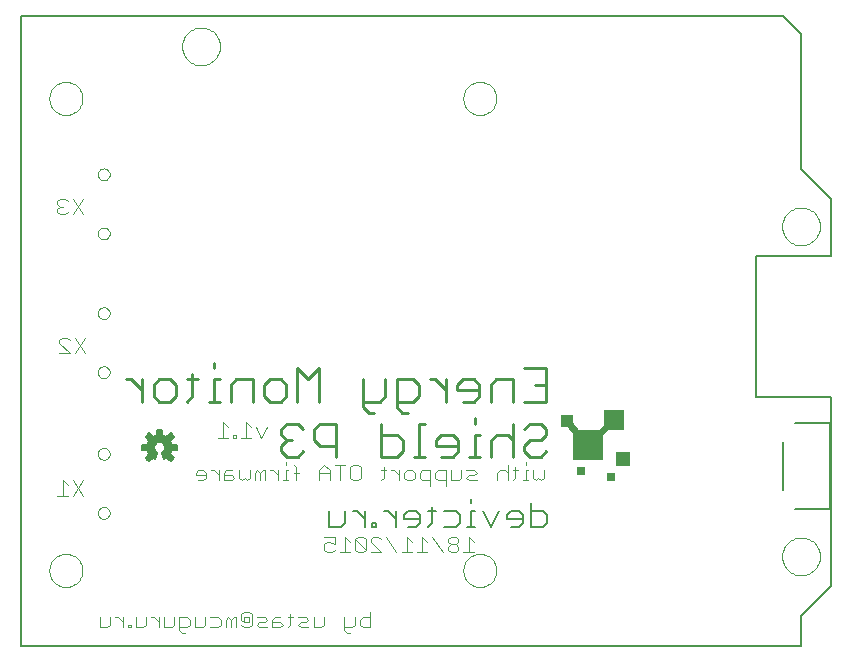
<source format=gbo>
G75*
G70*
%OFA0B0*%
%FSLAX24Y24*%
%IPPOS*%
%LPD*%
%AMOC8*
5,1,8,0,0,1.08239X$1,22.5*
%
%ADD10C,0.0000*%
%ADD11C,0.0050*%
%ADD12C,0.0070*%
%ADD13C,0.0100*%
%ADD14C,0.0040*%
%ADD15R,0.0500X0.0500*%
%ADD16R,0.0300X0.0300*%
%ADD17R,0.1000X0.1000*%
%ADD18C,0.0240*%
%ADD19R,0.0400X0.0400*%
%ADD20R,0.0700X0.0700*%
%ADD21C,0.0080*%
%ADD22C,0.0059*%
D10*
X004305Y003896D02*
X004307Y003943D01*
X004313Y003989D01*
X004323Y004035D01*
X004336Y004080D01*
X004354Y004123D01*
X004375Y004165D01*
X004399Y004205D01*
X004427Y004242D01*
X004458Y004277D01*
X004492Y004310D01*
X004528Y004339D01*
X004567Y004365D01*
X004608Y004388D01*
X004651Y004407D01*
X004695Y004423D01*
X004740Y004435D01*
X004786Y004443D01*
X004833Y004447D01*
X004879Y004447D01*
X004926Y004443D01*
X004972Y004435D01*
X005017Y004423D01*
X005061Y004407D01*
X005104Y004388D01*
X005145Y004365D01*
X005184Y004339D01*
X005220Y004310D01*
X005254Y004277D01*
X005285Y004242D01*
X005313Y004205D01*
X005337Y004165D01*
X005358Y004123D01*
X005376Y004080D01*
X005389Y004035D01*
X005399Y003989D01*
X005405Y003943D01*
X005407Y003896D01*
X005405Y003849D01*
X005399Y003803D01*
X005389Y003757D01*
X005376Y003712D01*
X005358Y003669D01*
X005337Y003627D01*
X005313Y003587D01*
X005285Y003550D01*
X005254Y003515D01*
X005220Y003482D01*
X005184Y003453D01*
X005145Y003427D01*
X005104Y003404D01*
X005061Y003385D01*
X005017Y003369D01*
X004972Y003357D01*
X004926Y003349D01*
X004879Y003345D01*
X004833Y003345D01*
X004786Y003349D01*
X004740Y003357D01*
X004695Y003369D01*
X004651Y003385D01*
X004608Y003404D01*
X004567Y003427D01*
X004528Y003453D01*
X004492Y003482D01*
X004458Y003515D01*
X004427Y003550D01*
X004399Y003587D01*
X004375Y003627D01*
X004354Y003669D01*
X004336Y003712D01*
X004323Y003757D01*
X004313Y003803D01*
X004307Y003849D01*
X004305Y003896D01*
X005919Y005811D02*
X005921Y005838D01*
X005927Y005865D01*
X005936Y005891D01*
X005949Y005915D01*
X005965Y005938D01*
X005984Y005957D01*
X006006Y005974D01*
X006030Y005988D01*
X006055Y005998D01*
X006082Y006005D01*
X006109Y006008D01*
X006137Y006007D01*
X006164Y006002D01*
X006190Y005994D01*
X006214Y005982D01*
X006237Y005966D01*
X006258Y005948D01*
X006275Y005927D01*
X006290Y005903D01*
X006301Y005878D01*
X006309Y005852D01*
X006313Y005825D01*
X006313Y005797D01*
X006309Y005770D01*
X006301Y005744D01*
X006290Y005719D01*
X006275Y005695D01*
X006258Y005674D01*
X006237Y005656D01*
X006215Y005640D01*
X006190Y005628D01*
X006164Y005620D01*
X006137Y005615D01*
X006109Y005614D01*
X006082Y005617D01*
X006055Y005624D01*
X006030Y005634D01*
X006006Y005648D01*
X005984Y005665D01*
X005965Y005684D01*
X005949Y005707D01*
X005936Y005731D01*
X005927Y005757D01*
X005921Y005784D01*
X005919Y005811D01*
X005919Y007780D02*
X005921Y007807D01*
X005927Y007834D01*
X005936Y007860D01*
X005949Y007884D01*
X005965Y007907D01*
X005984Y007926D01*
X006006Y007943D01*
X006030Y007957D01*
X006055Y007967D01*
X006082Y007974D01*
X006109Y007977D01*
X006137Y007976D01*
X006164Y007971D01*
X006190Y007963D01*
X006214Y007951D01*
X006237Y007935D01*
X006258Y007917D01*
X006275Y007896D01*
X006290Y007872D01*
X006301Y007847D01*
X006309Y007821D01*
X006313Y007794D01*
X006313Y007766D01*
X006309Y007739D01*
X006301Y007713D01*
X006290Y007688D01*
X006275Y007664D01*
X006258Y007643D01*
X006237Y007625D01*
X006215Y007609D01*
X006190Y007597D01*
X006164Y007589D01*
X006137Y007584D01*
X006109Y007583D01*
X006082Y007586D01*
X006055Y007593D01*
X006030Y007603D01*
X006006Y007617D01*
X005984Y007634D01*
X005965Y007653D01*
X005949Y007676D01*
X005936Y007700D01*
X005927Y007726D01*
X005921Y007753D01*
X005919Y007780D01*
X005919Y010501D02*
X005921Y010528D01*
X005927Y010555D01*
X005936Y010581D01*
X005949Y010605D01*
X005965Y010628D01*
X005984Y010647D01*
X006006Y010664D01*
X006030Y010678D01*
X006055Y010688D01*
X006082Y010695D01*
X006109Y010698D01*
X006137Y010697D01*
X006164Y010692D01*
X006190Y010684D01*
X006214Y010672D01*
X006237Y010656D01*
X006258Y010638D01*
X006275Y010617D01*
X006290Y010593D01*
X006301Y010568D01*
X006309Y010542D01*
X006313Y010515D01*
X006313Y010487D01*
X006309Y010460D01*
X006301Y010434D01*
X006290Y010409D01*
X006275Y010385D01*
X006258Y010364D01*
X006237Y010346D01*
X006215Y010330D01*
X006190Y010318D01*
X006164Y010310D01*
X006137Y010305D01*
X006109Y010304D01*
X006082Y010307D01*
X006055Y010314D01*
X006030Y010324D01*
X006006Y010338D01*
X005984Y010355D01*
X005965Y010374D01*
X005949Y010397D01*
X005936Y010421D01*
X005927Y010447D01*
X005921Y010474D01*
X005919Y010501D01*
X005919Y012469D02*
X005921Y012496D01*
X005927Y012523D01*
X005936Y012549D01*
X005949Y012573D01*
X005965Y012596D01*
X005984Y012615D01*
X006006Y012632D01*
X006030Y012646D01*
X006055Y012656D01*
X006082Y012663D01*
X006109Y012666D01*
X006137Y012665D01*
X006164Y012660D01*
X006190Y012652D01*
X006214Y012640D01*
X006237Y012624D01*
X006258Y012606D01*
X006275Y012585D01*
X006290Y012561D01*
X006301Y012536D01*
X006309Y012510D01*
X006313Y012483D01*
X006313Y012455D01*
X006309Y012428D01*
X006301Y012402D01*
X006290Y012377D01*
X006275Y012353D01*
X006258Y012332D01*
X006237Y012314D01*
X006215Y012298D01*
X006190Y012286D01*
X006164Y012278D01*
X006137Y012273D01*
X006109Y012272D01*
X006082Y012275D01*
X006055Y012282D01*
X006030Y012292D01*
X006006Y012306D01*
X005984Y012323D01*
X005965Y012342D01*
X005949Y012365D01*
X005936Y012389D01*
X005927Y012415D01*
X005921Y012442D01*
X005919Y012469D01*
X005919Y015128D02*
X005921Y015155D01*
X005927Y015182D01*
X005936Y015208D01*
X005949Y015232D01*
X005965Y015255D01*
X005984Y015274D01*
X006006Y015291D01*
X006030Y015305D01*
X006055Y015315D01*
X006082Y015322D01*
X006109Y015325D01*
X006137Y015324D01*
X006164Y015319D01*
X006190Y015311D01*
X006214Y015299D01*
X006237Y015283D01*
X006258Y015265D01*
X006275Y015244D01*
X006290Y015220D01*
X006301Y015195D01*
X006309Y015169D01*
X006313Y015142D01*
X006313Y015114D01*
X006309Y015087D01*
X006301Y015061D01*
X006290Y015036D01*
X006275Y015012D01*
X006258Y014991D01*
X006237Y014973D01*
X006215Y014957D01*
X006190Y014945D01*
X006164Y014937D01*
X006137Y014932D01*
X006109Y014931D01*
X006082Y014934D01*
X006055Y014941D01*
X006030Y014951D01*
X006006Y014965D01*
X005984Y014982D01*
X005965Y015001D01*
X005949Y015024D01*
X005936Y015048D01*
X005927Y015074D01*
X005921Y015101D01*
X005919Y015128D01*
X005919Y017096D02*
X005921Y017123D01*
X005927Y017150D01*
X005936Y017176D01*
X005949Y017200D01*
X005965Y017223D01*
X005984Y017242D01*
X006006Y017259D01*
X006030Y017273D01*
X006055Y017283D01*
X006082Y017290D01*
X006109Y017293D01*
X006137Y017292D01*
X006164Y017287D01*
X006190Y017279D01*
X006214Y017267D01*
X006237Y017251D01*
X006258Y017233D01*
X006275Y017212D01*
X006290Y017188D01*
X006301Y017163D01*
X006309Y017137D01*
X006313Y017110D01*
X006313Y017082D01*
X006309Y017055D01*
X006301Y017029D01*
X006290Y017004D01*
X006275Y016980D01*
X006258Y016959D01*
X006237Y016941D01*
X006215Y016925D01*
X006190Y016913D01*
X006164Y016905D01*
X006137Y016900D01*
X006109Y016899D01*
X006082Y016902D01*
X006055Y016909D01*
X006030Y016919D01*
X006006Y016933D01*
X005984Y016950D01*
X005965Y016969D01*
X005949Y016992D01*
X005936Y017016D01*
X005927Y017042D01*
X005921Y017069D01*
X005919Y017096D01*
X004305Y019629D02*
X004307Y019676D01*
X004313Y019722D01*
X004323Y019768D01*
X004336Y019813D01*
X004354Y019856D01*
X004375Y019898D01*
X004399Y019938D01*
X004427Y019975D01*
X004458Y020010D01*
X004492Y020043D01*
X004528Y020072D01*
X004567Y020098D01*
X004608Y020121D01*
X004651Y020140D01*
X004695Y020156D01*
X004740Y020168D01*
X004786Y020176D01*
X004833Y020180D01*
X004879Y020180D01*
X004926Y020176D01*
X004972Y020168D01*
X005017Y020156D01*
X005061Y020140D01*
X005104Y020121D01*
X005145Y020098D01*
X005184Y020072D01*
X005220Y020043D01*
X005254Y020010D01*
X005285Y019975D01*
X005313Y019938D01*
X005337Y019898D01*
X005358Y019856D01*
X005376Y019813D01*
X005389Y019768D01*
X005399Y019722D01*
X005405Y019676D01*
X005407Y019629D01*
X005405Y019582D01*
X005399Y019536D01*
X005389Y019490D01*
X005376Y019445D01*
X005358Y019402D01*
X005337Y019360D01*
X005313Y019320D01*
X005285Y019283D01*
X005254Y019248D01*
X005220Y019215D01*
X005184Y019186D01*
X005145Y019160D01*
X005104Y019137D01*
X005061Y019118D01*
X005017Y019102D01*
X004972Y019090D01*
X004926Y019082D01*
X004879Y019078D01*
X004833Y019078D01*
X004786Y019082D01*
X004740Y019090D01*
X004695Y019102D01*
X004651Y019118D01*
X004608Y019137D01*
X004567Y019160D01*
X004528Y019186D01*
X004492Y019215D01*
X004458Y019248D01*
X004427Y019283D01*
X004399Y019320D01*
X004375Y019360D01*
X004354Y019402D01*
X004336Y019445D01*
X004323Y019490D01*
X004313Y019536D01*
X004307Y019582D01*
X004305Y019629D01*
X008730Y021360D02*
X008732Y021410D01*
X008738Y021460D01*
X008748Y021509D01*
X008762Y021557D01*
X008779Y021604D01*
X008800Y021649D01*
X008825Y021693D01*
X008853Y021734D01*
X008885Y021773D01*
X008919Y021810D01*
X008956Y021844D01*
X008996Y021874D01*
X009038Y021901D01*
X009082Y021925D01*
X009128Y021946D01*
X009175Y021962D01*
X009223Y021975D01*
X009273Y021984D01*
X009322Y021989D01*
X009373Y021990D01*
X009423Y021987D01*
X009472Y021980D01*
X009521Y021969D01*
X009569Y021954D01*
X009615Y021936D01*
X009660Y021914D01*
X009703Y021888D01*
X009744Y021859D01*
X009783Y021827D01*
X009819Y021792D01*
X009851Y021754D01*
X009881Y021714D01*
X009908Y021671D01*
X009931Y021627D01*
X009950Y021581D01*
X009966Y021533D01*
X009978Y021484D01*
X009986Y021435D01*
X009990Y021385D01*
X009990Y021335D01*
X009986Y021285D01*
X009978Y021236D01*
X009966Y021187D01*
X009950Y021139D01*
X009931Y021093D01*
X009908Y021049D01*
X009881Y021006D01*
X009851Y020966D01*
X009819Y020928D01*
X009783Y020893D01*
X009744Y020861D01*
X009703Y020832D01*
X009660Y020806D01*
X009615Y020784D01*
X009569Y020766D01*
X009521Y020751D01*
X009472Y020740D01*
X009423Y020733D01*
X009373Y020730D01*
X009322Y020731D01*
X009273Y020736D01*
X009223Y020745D01*
X009175Y020758D01*
X009128Y020774D01*
X009082Y020795D01*
X009038Y020819D01*
X008996Y020846D01*
X008956Y020876D01*
X008919Y020910D01*
X008885Y020947D01*
X008853Y020986D01*
X008825Y021027D01*
X008800Y021071D01*
X008779Y021116D01*
X008762Y021163D01*
X008748Y021211D01*
X008738Y021260D01*
X008732Y021310D01*
X008730Y021360D01*
X018104Y019629D02*
X018106Y019676D01*
X018112Y019722D01*
X018122Y019768D01*
X018135Y019813D01*
X018153Y019856D01*
X018174Y019898D01*
X018198Y019938D01*
X018226Y019975D01*
X018257Y020010D01*
X018291Y020043D01*
X018327Y020072D01*
X018366Y020098D01*
X018407Y020121D01*
X018450Y020140D01*
X018494Y020156D01*
X018539Y020168D01*
X018585Y020176D01*
X018632Y020180D01*
X018678Y020180D01*
X018725Y020176D01*
X018771Y020168D01*
X018816Y020156D01*
X018860Y020140D01*
X018903Y020121D01*
X018944Y020098D01*
X018983Y020072D01*
X019019Y020043D01*
X019053Y020010D01*
X019084Y019975D01*
X019112Y019938D01*
X019136Y019898D01*
X019157Y019856D01*
X019175Y019813D01*
X019188Y019768D01*
X019198Y019722D01*
X019204Y019676D01*
X019206Y019629D01*
X019204Y019582D01*
X019198Y019536D01*
X019188Y019490D01*
X019175Y019445D01*
X019157Y019402D01*
X019136Y019360D01*
X019112Y019320D01*
X019084Y019283D01*
X019053Y019248D01*
X019019Y019215D01*
X018983Y019186D01*
X018944Y019160D01*
X018903Y019137D01*
X018860Y019118D01*
X018816Y019102D01*
X018771Y019090D01*
X018725Y019082D01*
X018678Y019078D01*
X018632Y019078D01*
X018585Y019082D01*
X018539Y019090D01*
X018494Y019102D01*
X018450Y019118D01*
X018407Y019137D01*
X018366Y019160D01*
X018327Y019186D01*
X018291Y019215D01*
X018257Y019248D01*
X018226Y019283D01*
X018198Y019320D01*
X018174Y019360D01*
X018153Y019402D01*
X018135Y019445D01*
X018122Y019490D01*
X018112Y019536D01*
X018106Y019582D01*
X018104Y019629D01*
X028730Y015360D02*
X028732Y015410D01*
X028738Y015460D01*
X028748Y015509D01*
X028762Y015557D01*
X028779Y015604D01*
X028800Y015649D01*
X028825Y015693D01*
X028853Y015734D01*
X028885Y015773D01*
X028919Y015810D01*
X028956Y015844D01*
X028996Y015874D01*
X029038Y015901D01*
X029082Y015925D01*
X029128Y015946D01*
X029175Y015962D01*
X029223Y015975D01*
X029273Y015984D01*
X029322Y015989D01*
X029373Y015990D01*
X029423Y015987D01*
X029472Y015980D01*
X029521Y015969D01*
X029569Y015954D01*
X029615Y015936D01*
X029660Y015914D01*
X029703Y015888D01*
X029744Y015859D01*
X029783Y015827D01*
X029819Y015792D01*
X029851Y015754D01*
X029881Y015714D01*
X029908Y015671D01*
X029931Y015627D01*
X029950Y015581D01*
X029966Y015533D01*
X029978Y015484D01*
X029986Y015435D01*
X029990Y015385D01*
X029990Y015335D01*
X029986Y015285D01*
X029978Y015236D01*
X029966Y015187D01*
X029950Y015139D01*
X029931Y015093D01*
X029908Y015049D01*
X029881Y015006D01*
X029851Y014966D01*
X029819Y014928D01*
X029783Y014893D01*
X029744Y014861D01*
X029703Y014832D01*
X029660Y014806D01*
X029615Y014784D01*
X029569Y014766D01*
X029521Y014751D01*
X029472Y014740D01*
X029423Y014733D01*
X029373Y014730D01*
X029322Y014731D01*
X029273Y014736D01*
X029223Y014745D01*
X029175Y014758D01*
X029128Y014774D01*
X029082Y014795D01*
X029038Y014819D01*
X028996Y014846D01*
X028956Y014876D01*
X028919Y014910D01*
X028885Y014947D01*
X028853Y014986D01*
X028825Y015027D01*
X028800Y015071D01*
X028779Y015116D01*
X028762Y015163D01*
X028748Y015211D01*
X028738Y015260D01*
X028732Y015310D01*
X028730Y015360D01*
X028730Y004360D02*
X028732Y004410D01*
X028738Y004460D01*
X028748Y004509D01*
X028762Y004557D01*
X028779Y004604D01*
X028800Y004649D01*
X028825Y004693D01*
X028853Y004734D01*
X028885Y004773D01*
X028919Y004810D01*
X028956Y004844D01*
X028996Y004874D01*
X029038Y004901D01*
X029082Y004925D01*
X029128Y004946D01*
X029175Y004962D01*
X029223Y004975D01*
X029273Y004984D01*
X029322Y004989D01*
X029373Y004990D01*
X029423Y004987D01*
X029472Y004980D01*
X029521Y004969D01*
X029569Y004954D01*
X029615Y004936D01*
X029660Y004914D01*
X029703Y004888D01*
X029744Y004859D01*
X029783Y004827D01*
X029819Y004792D01*
X029851Y004754D01*
X029881Y004714D01*
X029908Y004671D01*
X029931Y004627D01*
X029950Y004581D01*
X029966Y004533D01*
X029978Y004484D01*
X029986Y004435D01*
X029990Y004385D01*
X029990Y004335D01*
X029986Y004285D01*
X029978Y004236D01*
X029966Y004187D01*
X029950Y004139D01*
X029931Y004093D01*
X029908Y004049D01*
X029881Y004006D01*
X029851Y003966D01*
X029819Y003928D01*
X029783Y003893D01*
X029744Y003861D01*
X029703Y003832D01*
X029660Y003806D01*
X029615Y003784D01*
X029569Y003766D01*
X029521Y003751D01*
X029472Y003740D01*
X029423Y003733D01*
X029373Y003730D01*
X029322Y003731D01*
X029273Y003736D01*
X029223Y003745D01*
X029175Y003758D01*
X029128Y003774D01*
X029082Y003795D01*
X029038Y003819D01*
X028996Y003846D01*
X028956Y003876D01*
X028919Y003910D01*
X028885Y003947D01*
X028853Y003986D01*
X028825Y004027D01*
X028800Y004071D01*
X028779Y004116D01*
X028762Y004163D01*
X028748Y004211D01*
X028738Y004260D01*
X028732Y004310D01*
X028730Y004360D01*
X018104Y003896D02*
X018106Y003943D01*
X018112Y003989D01*
X018122Y004035D01*
X018135Y004080D01*
X018153Y004123D01*
X018174Y004165D01*
X018198Y004205D01*
X018226Y004242D01*
X018257Y004277D01*
X018291Y004310D01*
X018327Y004339D01*
X018366Y004365D01*
X018407Y004388D01*
X018450Y004407D01*
X018494Y004423D01*
X018539Y004435D01*
X018585Y004443D01*
X018632Y004447D01*
X018678Y004447D01*
X018725Y004443D01*
X018771Y004435D01*
X018816Y004423D01*
X018860Y004407D01*
X018903Y004388D01*
X018944Y004365D01*
X018983Y004339D01*
X019019Y004310D01*
X019053Y004277D01*
X019084Y004242D01*
X019112Y004205D01*
X019136Y004165D01*
X019157Y004123D01*
X019175Y004080D01*
X019188Y004035D01*
X019198Y003989D01*
X019204Y003943D01*
X019206Y003896D01*
X019204Y003849D01*
X019198Y003803D01*
X019188Y003757D01*
X019175Y003712D01*
X019157Y003669D01*
X019136Y003627D01*
X019112Y003587D01*
X019084Y003550D01*
X019053Y003515D01*
X019019Y003482D01*
X018983Y003453D01*
X018944Y003427D01*
X018903Y003404D01*
X018860Y003385D01*
X018816Y003369D01*
X018771Y003357D01*
X018725Y003349D01*
X018678Y003345D01*
X018632Y003345D01*
X018585Y003349D01*
X018539Y003357D01*
X018494Y003369D01*
X018450Y003385D01*
X018407Y003404D01*
X018366Y003427D01*
X018327Y003453D01*
X018291Y003482D01*
X018257Y003515D01*
X018226Y003550D01*
X018198Y003587D01*
X018174Y003627D01*
X018153Y003669D01*
X018135Y003712D01*
X018122Y003757D01*
X018112Y003803D01*
X018106Y003849D01*
X018104Y003896D01*
D11*
X029360Y001360D02*
X003360Y001360D01*
X003360Y022360D01*
X028760Y022360D01*
X029360Y021760D01*
X029360Y017260D01*
X030360Y016260D01*
X030360Y014360D01*
X027860Y014360D01*
X027860Y009660D01*
X030360Y009660D01*
X030360Y003360D01*
X029360Y002360D01*
X029360Y001360D01*
D12*
X020880Y005473D02*
X020749Y005341D01*
X020353Y005341D01*
X020353Y006132D01*
X020353Y005869D02*
X020749Y005869D01*
X020880Y005737D01*
X020880Y005473D01*
X020089Y005473D02*
X020089Y005737D01*
X019957Y005869D01*
X019693Y005869D01*
X019561Y005737D01*
X019561Y005605D01*
X020089Y005605D01*
X020089Y005473D02*
X019957Y005341D01*
X019693Y005341D01*
X019297Y005869D02*
X019033Y005341D01*
X018770Y005869D01*
X018505Y005869D02*
X018373Y005869D01*
X018373Y005341D01*
X018505Y005341D02*
X018241Y005341D01*
X017977Y005473D02*
X017845Y005341D01*
X017450Y005341D01*
X017977Y005473D02*
X017977Y005737D01*
X017845Y005869D01*
X017450Y005869D01*
X017185Y005869D02*
X016921Y005869D01*
X017053Y006000D02*
X017053Y005473D01*
X016921Y005341D01*
X016657Y005473D02*
X016657Y005737D01*
X016525Y005869D01*
X016262Y005869D01*
X016130Y005737D01*
X016130Y005605D01*
X016657Y005605D01*
X016657Y005473D02*
X016525Y005341D01*
X016262Y005341D01*
X015865Y005341D02*
X015865Y005869D01*
X015602Y005869D02*
X015865Y005605D01*
X015602Y005869D02*
X015470Y005869D01*
X015205Y005473D02*
X015074Y005473D01*
X015074Y005341D01*
X015205Y005341D01*
X015205Y005473D01*
X014809Y005341D02*
X014809Y005869D01*
X014546Y005869D02*
X014414Y005869D01*
X014546Y005869D02*
X014809Y005605D01*
X014150Y005473D02*
X014018Y005341D01*
X013622Y005341D01*
X013622Y005869D01*
X014150Y005869D02*
X014150Y005473D01*
X018373Y006132D02*
X018373Y006264D01*
D13*
X018295Y007685D02*
X018662Y007685D01*
X018478Y007685D02*
X018478Y008419D01*
X018662Y008419D01*
X019033Y008235D02*
X019033Y007685D01*
X019033Y008235D02*
X019216Y008419D01*
X019583Y008419D01*
X019767Y008235D01*
X020138Y008052D02*
X020138Y007868D01*
X020321Y007685D01*
X020688Y007685D01*
X020872Y007868D01*
X020688Y008235D02*
X020321Y008235D01*
X020138Y008052D01*
X020688Y008235D02*
X020872Y008419D01*
X020872Y008602D01*
X020688Y008786D01*
X020321Y008786D01*
X020138Y008602D01*
X019767Y008786D02*
X019767Y007685D01*
X018478Y008786D02*
X018478Y008969D01*
X018455Y009525D02*
X018088Y009525D01*
X017904Y009892D02*
X018638Y009892D01*
X018638Y010075D02*
X018638Y009708D01*
X018455Y009525D01*
X019009Y009525D02*
X019009Y010075D01*
X019193Y010259D01*
X019743Y010259D01*
X019743Y009525D01*
X020114Y009525D02*
X020848Y009525D01*
X020848Y010626D01*
X020114Y010626D01*
X020481Y010075D02*
X020848Y010075D01*
X018638Y010075D02*
X018455Y010259D01*
X018088Y010259D01*
X017904Y010075D01*
X017904Y009892D01*
X017533Y009892D02*
X017166Y010259D01*
X016983Y010259D01*
X016613Y010075D02*
X016613Y009708D01*
X016429Y009525D01*
X015879Y009525D01*
X015879Y009341D02*
X015879Y010259D01*
X016429Y010259D01*
X016613Y010075D01*
X017533Y010259D02*
X017533Y009525D01*
X016820Y008786D02*
X016637Y008786D01*
X016637Y007685D01*
X016820Y007685D02*
X016453Y007685D01*
X016084Y007868D02*
X016084Y008235D01*
X015900Y008419D01*
X015350Y008419D01*
X015350Y008786D02*
X015350Y007685D01*
X015900Y007685D01*
X016084Y007868D01*
X017191Y008052D02*
X017925Y008052D01*
X017925Y008235D02*
X017742Y008419D01*
X017375Y008419D01*
X017191Y008235D01*
X017191Y008052D01*
X017375Y007685D02*
X017742Y007685D01*
X017925Y007868D01*
X017925Y008235D01*
X016246Y009158D02*
X016062Y009158D01*
X015879Y009341D01*
X015508Y009708D02*
X015324Y009525D01*
X014774Y009525D01*
X014774Y009341D02*
X014957Y009158D01*
X015141Y009158D01*
X014774Y009341D02*
X014774Y010259D01*
X015508Y010259D02*
X015508Y009708D01*
X013874Y008786D02*
X013323Y008786D01*
X013140Y008602D01*
X013140Y008235D01*
X013323Y008052D01*
X013874Y008052D01*
X013874Y007685D02*
X013874Y008786D01*
X013298Y009525D02*
X013298Y010626D01*
X012931Y010259D01*
X012564Y010626D01*
X012564Y009525D01*
X012193Y009708D02*
X012009Y009525D01*
X011642Y009525D01*
X011459Y009708D01*
X011459Y010075D01*
X011642Y010259D01*
X012009Y010259D01*
X012193Y010075D01*
X012193Y009708D01*
X012218Y008786D02*
X012035Y008602D01*
X012035Y008419D01*
X012218Y008235D01*
X012035Y008052D01*
X012035Y007868D01*
X012218Y007685D01*
X012585Y007685D01*
X012769Y007868D01*
X012402Y008235D02*
X012218Y008235D01*
X012769Y008602D02*
X012585Y008786D01*
X012218Y008786D01*
X011088Y009525D02*
X011088Y010259D01*
X010537Y010259D01*
X010354Y010075D01*
X010354Y009525D01*
X009983Y009525D02*
X009616Y009525D01*
X009799Y009525D02*
X009799Y010259D01*
X009983Y010259D01*
X009799Y010626D02*
X009799Y010809D01*
X009246Y010259D02*
X008879Y010259D01*
X009063Y010442D02*
X009063Y009708D01*
X008879Y009525D01*
X008510Y009708D02*
X008326Y009525D01*
X007959Y009525D01*
X007776Y009708D01*
X007776Y010075D01*
X007959Y010259D01*
X008326Y010259D01*
X008510Y010075D01*
X008510Y009708D01*
X007405Y009525D02*
X007405Y010259D01*
X007405Y009892D02*
X007038Y010259D01*
X006854Y010259D01*
D14*
X005496Y011133D02*
X005149Y011653D01*
X004981Y011566D02*
X004894Y011653D01*
X004720Y011653D01*
X004634Y011566D01*
X004634Y011479D01*
X004981Y011133D01*
X004634Y011133D01*
X005149Y011133D02*
X005496Y011653D01*
X010083Y008833D02*
X010083Y008313D01*
X009910Y008313D02*
X010257Y008313D01*
X010428Y008313D02*
X010515Y008313D01*
X010515Y008400D01*
X010428Y008400D01*
X010428Y008313D01*
X010683Y008313D02*
X011030Y008313D01*
X010857Y008313D02*
X010857Y008833D01*
X011030Y008660D01*
X011199Y008660D02*
X011372Y008313D01*
X011546Y008660D01*
X010257Y008660D02*
X010083Y008833D01*
X010208Y007241D02*
X010121Y007154D01*
X010121Y006894D01*
X010381Y006894D01*
X010468Y006981D01*
X010381Y007068D01*
X010121Y007068D01*
X009952Y007068D02*
X009779Y007241D01*
X009692Y007241D01*
X009523Y007154D02*
X009436Y007241D01*
X009262Y007241D01*
X009176Y007154D01*
X009176Y007068D01*
X009523Y007068D01*
X009523Y007154D02*
X009523Y006981D01*
X009436Y006894D01*
X009262Y006894D01*
X009952Y006894D02*
X009952Y007241D01*
X010208Y007241D02*
X010381Y007241D01*
X010637Y007241D02*
X010637Y006981D01*
X010723Y006894D01*
X010810Y006981D01*
X010897Y006894D01*
X010984Y006981D01*
X010984Y007241D01*
X011152Y007154D02*
X011152Y006894D01*
X011326Y006894D02*
X011326Y007154D01*
X011239Y007241D01*
X011152Y007154D01*
X011326Y007154D02*
X011412Y007241D01*
X011499Y007241D01*
X011499Y006894D01*
X011669Y007241D02*
X011755Y007241D01*
X011929Y007068D01*
X011929Y007241D02*
X011929Y006894D01*
X012099Y006894D02*
X012273Y006894D01*
X012186Y006894D02*
X012186Y007241D01*
X012273Y007241D01*
X012443Y007154D02*
X012616Y007154D01*
X012530Y007328D02*
X012443Y007415D01*
X012530Y007328D02*
X012530Y006894D01*
X012186Y007415D02*
X012186Y007501D01*
X013301Y007241D02*
X013301Y006894D01*
X013301Y007154D02*
X013648Y007154D01*
X013648Y007241D02*
X013474Y007415D01*
X013301Y007241D01*
X013648Y007241D02*
X013648Y006894D01*
X013990Y006894D02*
X013990Y007415D01*
X014163Y007415D02*
X013816Y007415D01*
X014332Y007328D02*
X014332Y006981D01*
X014419Y006894D01*
X014592Y006894D01*
X014679Y006981D01*
X014679Y007328D01*
X014592Y007415D01*
X014419Y007415D01*
X014332Y007328D01*
X015365Y007241D02*
X015538Y007241D01*
X015452Y007328D02*
X015452Y006981D01*
X015365Y006894D01*
X015708Y007241D02*
X015795Y007241D01*
X015968Y007068D01*
X015968Y007241D02*
X015968Y006894D01*
X016137Y006981D02*
X016137Y007154D01*
X016223Y007241D01*
X016397Y007241D01*
X016484Y007154D01*
X016484Y006981D01*
X016397Y006894D01*
X016223Y006894D01*
X016137Y006981D01*
X016652Y006981D02*
X016739Y006894D01*
X016999Y006894D01*
X016999Y006721D02*
X016999Y007241D01*
X016739Y007241D01*
X016652Y007154D01*
X016652Y006981D01*
X017168Y006981D02*
X017255Y006894D01*
X017515Y006894D01*
X017684Y006894D02*
X017684Y007241D01*
X017515Y007241D02*
X017255Y007241D01*
X017168Y007154D01*
X017168Y006981D01*
X017515Y006721D02*
X017515Y007241D01*
X018031Y007241D02*
X018031Y006981D01*
X017944Y006894D01*
X017684Y006894D01*
X018199Y006981D02*
X018286Y006894D01*
X018546Y006894D01*
X018460Y007068D02*
X018286Y007068D01*
X018199Y006981D01*
X018199Y007241D02*
X018460Y007241D01*
X018546Y007154D01*
X018460Y007068D01*
X019231Y007154D02*
X019231Y006894D01*
X019231Y007154D02*
X019317Y007241D01*
X019491Y007241D01*
X019578Y007154D01*
X019748Y007241D02*
X019921Y007241D01*
X019835Y007328D02*
X019835Y006981D01*
X019748Y006894D01*
X019578Y006894D02*
X019578Y007415D01*
X020178Y007415D02*
X020178Y007501D01*
X020178Y007241D02*
X020178Y006894D01*
X020092Y006894D02*
X020265Y006894D01*
X020434Y006981D02*
X020434Y007241D01*
X020265Y007241D02*
X020178Y007241D01*
X020434Y006981D02*
X020520Y006894D01*
X020607Y006981D01*
X020694Y006894D01*
X020781Y006981D01*
X020781Y007241D01*
X018453Y004851D02*
X018280Y005025D01*
X018280Y004504D01*
X018453Y004504D02*
X018106Y004504D01*
X017938Y004591D02*
X017938Y004678D01*
X017851Y004764D01*
X017677Y004764D01*
X017591Y004678D01*
X017591Y004591D01*
X017677Y004504D01*
X017851Y004504D01*
X017938Y004591D01*
X017851Y004764D02*
X017938Y004851D01*
X017938Y004938D01*
X017851Y005025D01*
X017677Y005025D01*
X017591Y004938D01*
X017591Y004851D01*
X017677Y004764D01*
X017422Y004504D02*
X017075Y005025D01*
X016906Y004851D02*
X016733Y005025D01*
X016733Y004504D01*
X016906Y004504D02*
X016559Y004504D01*
X016391Y004504D02*
X016044Y004504D01*
X015875Y004504D02*
X015528Y005025D01*
X015359Y004938D02*
X015273Y005025D01*
X015099Y005025D01*
X015012Y004938D01*
X015012Y004851D01*
X015359Y004504D01*
X015012Y004504D01*
X014844Y004591D02*
X014497Y004938D01*
X014497Y004591D01*
X014584Y004504D01*
X014757Y004504D01*
X014844Y004591D01*
X014844Y004938D01*
X014757Y005025D01*
X014584Y005025D01*
X014497Y004938D01*
X014328Y004851D02*
X014155Y005025D01*
X014155Y004504D01*
X014328Y004504D02*
X013981Y004504D01*
X013813Y004591D02*
X013726Y004504D01*
X013552Y004504D01*
X013466Y004591D01*
X013466Y004764D01*
X013552Y004851D01*
X013639Y004851D01*
X013813Y004764D01*
X013813Y005025D01*
X013466Y005025D01*
X016217Y005025D02*
X016217Y004504D01*
X016391Y004851D02*
X016217Y005025D01*
X015002Y002515D02*
X015002Y001994D01*
X014742Y001994D01*
X014656Y002081D01*
X014656Y002254D01*
X014742Y002341D01*
X015002Y002341D01*
X014487Y002341D02*
X014487Y002081D01*
X014400Y001994D01*
X014140Y001994D01*
X014140Y001907D02*
X014227Y001821D01*
X014313Y001821D01*
X014140Y001907D02*
X014140Y002341D01*
X013456Y002341D02*
X013456Y002081D01*
X013369Y001994D01*
X013109Y001994D01*
X013109Y002341D01*
X012940Y002254D02*
X012853Y002341D01*
X012593Y002341D01*
X012424Y002341D02*
X012251Y002341D01*
X012338Y002428D02*
X012338Y002081D01*
X012251Y001994D01*
X012081Y002081D02*
X011994Y002168D01*
X011734Y002168D01*
X011734Y002254D02*
X011734Y001994D01*
X011994Y001994D01*
X012081Y002081D01*
X011994Y002341D02*
X011820Y002341D01*
X011734Y002254D01*
X011565Y002254D02*
X011478Y002341D01*
X011218Y002341D01*
X011049Y002428D02*
X011049Y002081D01*
X010963Y001994D01*
X010789Y001994D01*
X010702Y002081D01*
X010789Y002168D02*
X010789Y002341D01*
X010963Y002341D01*
X010963Y002168D01*
X010789Y002168D01*
X010702Y002254D01*
X010702Y002428D01*
X010789Y002515D01*
X010963Y002515D01*
X011049Y002428D01*
X011305Y002168D02*
X011478Y002168D01*
X011565Y002254D01*
X011565Y001994D02*
X011305Y001994D01*
X011218Y002081D01*
X011305Y002168D01*
X010534Y001994D02*
X010534Y002341D01*
X010447Y002341D01*
X010360Y002254D01*
X010273Y002341D01*
X010187Y002254D01*
X010187Y001994D01*
X010360Y001994D02*
X010360Y002254D01*
X010018Y002254D02*
X010018Y002081D01*
X009931Y001994D01*
X009671Y001994D01*
X009502Y002081D02*
X009502Y002341D01*
X009671Y002341D02*
X009931Y002341D01*
X010018Y002254D01*
X009502Y002081D02*
X009416Y001994D01*
X009155Y001994D01*
X009155Y002341D01*
X008987Y002254D02*
X008987Y002081D01*
X008900Y001994D01*
X008640Y001994D01*
X008640Y001907D02*
X008640Y002341D01*
X008900Y002341D01*
X008987Y002254D01*
X008813Y001821D02*
X008726Y001821D01*
X008640Y001907D01*
X008471Y002081D02*
X008384Y001994D01*
X008124Y001994D01*
X008124Y002341D01*
X007955Y002341D02*
X007955Y001994D01*
X007955Y002168D02*
X007782Y002341D01*
X007695Y002341D01*
X007526Y002341D02*
X007526Y002081D01*
X007439Y001994D01*
X007179Y001994D01*
X007179Y002341D01*
X007010Y002081D02*
X006923Y002081D01*
X006923Y001994D01*
X007010Y001994D01*
X007010Y002081D01*
X006752Y002168D02*
X006579Y002341D01*
X006492Y002341D01*
X006323Y002341D02*
X006323Y002081D01*
X006236Y001994D01*
X005976Y001994D01*
X005976Y002341D01*
X006752Y002341D02*
X006752Y001994D01*
X008471Y002081D02*
X008471Y002341D01*
X012593Y002081D02*
X012680Y002168D01*
X012853Y002168D01*
X012940Y002254D01*
X012940Y001994D02*
X012680Y001994D01*
X012593Y002081D01*
X005434Y006381D02*
X005087Y006901D01*
X004918Y006727D02*
X004745Y006901D01*
X004745Y006381D01*
X004918Y006381D02*
X004571Y006381D01*
X005087Y006381D02*
X005434Y006901D01*
X005434Y015759D02*
X005087Y016280D01*
X004918Y016193D02*
X004831Y016280D01*
X004658Y016280D01*
X004571Y016193D01*
X004571Y016106D01*
X004658Y016020D01*
X004571Y015933D01*
X004571Y015846D01*
X004658Y015759D01*
X004831Y015759D01*
X004918Y015846D01*
X005087Y015759D02*
X005434Y016280D01*
X004745Y016020D02*
X004658Y016020D01*
D15*
X023210Y009010D03*
X023410Y007610D03*
D16*
X023010Y007010D03*
X022010Y007210D03*
D17*
X022260Y008060D03*
D18*
X021960Y008360D02*
X021560Y008860D01*
X022660Y008460D02*
X023060Y008860D01*
D19*
X021560Y008860D03*
D20*
X023110Y008910D03*
D21*
X028760Y008160D02*
X028760Y006585D01*
X029154Y005935D02*
X030335Y005935D01*
X030335Y008810D01*
X029154Y008810D01*
D22*
X008564Y008065D02*
X008564Y007922D01*
X008374Y007902D01*
X008353Y007838D01*
X008322Y007778D01*
X008443Y007630D01*
X008342Y007528D01*
X008193Y007649D01*
X008133Y007618D01*
X008049Y007823D01*
X008086Y007844D01*
X008118Y007874D01*
X008142Y007910D01*
X008157Y007950D01*
X008163Y007994D01*
X008157Y008037D01*
X008142Y008079D01*
X008117Y008115D01*
X008084Y008145D01*
X008045Y008165D01*
X008002Y008176D01*
X007958Y008177D01*
X007915Y008167D01*
X007875Y008147D01*
X007842Y008118D01*
X007816Y008082D01*
X007800Y008041D01*
X007793Y007998D01*
X007798Y007954D01*
X007812Y007912D01*
X007837Y007875D01*
X007869Y007845D01*
X007907Y007823D01*
X007823Y007618D01*
X007763Y007649D01*
X007614Y007528D01*
X007513Y007630D01*
X007634Y007778D01*
X007603Y007838D01*
X007582Y007902D01*
X007392Y007922D01*
X007392Y008065D01*
X007582Y008085D01*
X007603Y008149D01*
X007634Y008209D01*
X007513Y008357D01*
X007614Y008459D01*
X007763Y008338D01*
X007823Y008369D01*
X007887Y008389D01*
X007906Y008580D01*
X008050Y008580D01*
X008069Y008389D01*
X008133Y008369D01*
X008193Y008338D01*
X008342Y008459D01*
X008443Y008357D01*
X008322Y008209D01*
X008353Y008149D01*
X008374Y008085D01*
X008564Y008065D01*
X008564Y008029D02*
X008158Y008029D01*
X008160Y007972D02*
X008564Y007972D01*
X008492Y007914D02*
X008144Y007914D01*
X008100Y007857D02*
X008359Y007857D01*
X008333Y007799D02*
X008058Y007799D01*
X008082Y007742D02*
X008352Y007742D01*
X008399Y007684D02*
X008106Y007684D01*
X008130Y007626D02*
X008149Y007626D01*
X008221Y007626D02*
X008440Y007626D01*
X008382Y007569D02*
X008292Y007569D01*
X007874Y007742D02*
X007604Y007742D01*
X007623Y007799D02*
X007897Y007799D01*
X007856Y007857D02*
X007597Y007857D01*
X007464Y007914D02*
X007812Y007914D01*
X007796Y007972D02*
X007392Y007972D01*
X007392Y008029D02*
X007798Y008029D01*
X007819Y008087D02*
X007583Y008087D01*
X007601Y008144D02*
X007873Y008144D01*
X008084Y008144D02*
X008354Y008144D01*
X008373Y008087D02*
X008136Y008087D01*
X008326Y008202D02*
X007630Y008202D01*
X007592Y008260D02*
X008364Y008260D01*
X008411Y008317D02*
X007545Y008317D01*
X007530Y008375D02*
X007718Y008375D01*
X007647Y008432D02*
X007588Y008432D01*
X007841Y008375D02*
X008115Y008375D01*
X008065Y008432D02*
X007891Y008432D01*
X007897Y008490D02*
X008059Y008490D01*
X008053Y008547D02*
X007903Y008547D01*
X008238Y008375D02*
X008426Y008375D01*
X008368Y008432D02*
X008309Y008432D01*
X007850Y007684D02*
X007557Y007684D01*
X007516Y007626D02*
X007735Y007626D01*
X007807Y007626D02*
X007826Y007626D01*
X007664Y007569D02*
X007574Y007569D01*
M02*

</source>
